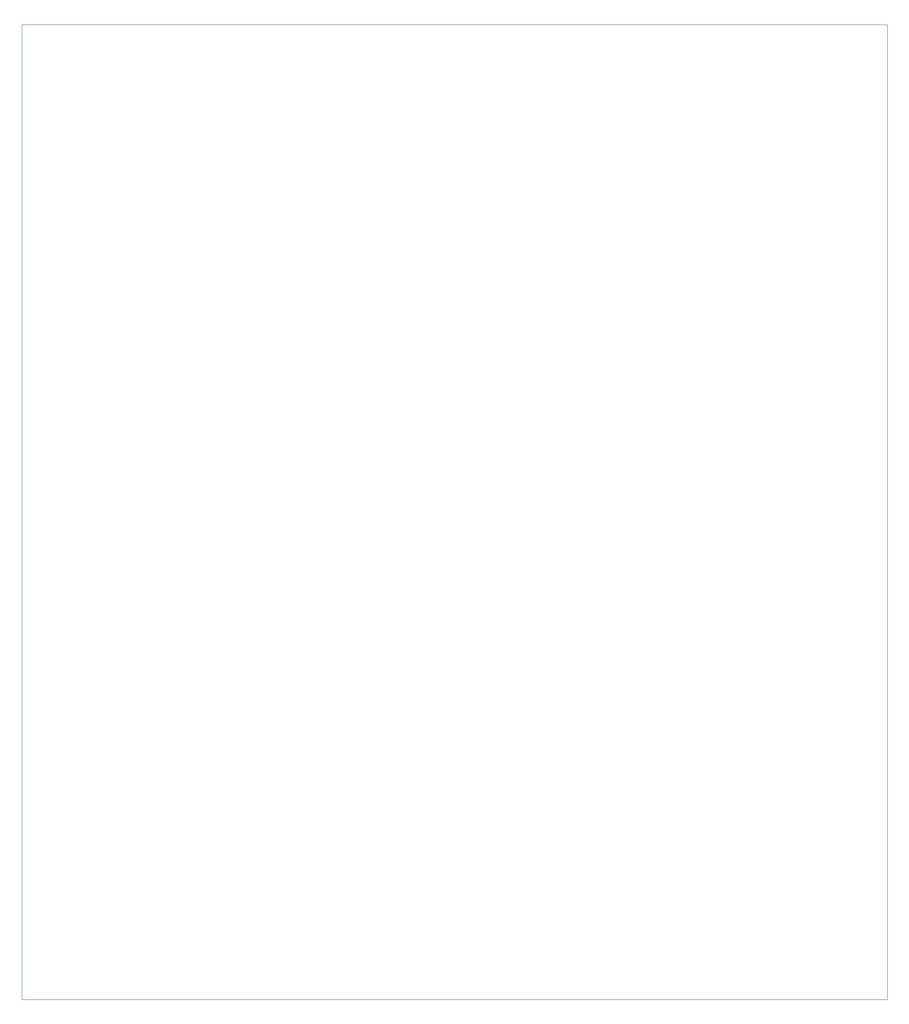
<source format=gm1>
G04 #@! TF.GenerationSoftware,KiCad,Pcbnew,7.0.7*
G04 #@! TF.CreationDate,2023-08-31T22:28:06-04:00*
G04 #@! TF.ProjectId,1 - ATX 16 bit ISA passive backplane,31202d20-4154-4582-9031-362062697420,2*
G04 #@! TF.SameCoordinates,Original*
G04 #@! TF.FileFunction,Profile,NP*
%FSLAX46Y46*%
G04 Gerber Fmt 4.6, Leading zero omitted, Abs format (unit mm)*
G04 Created by KiCad (PCBNEW 7.0.7) date 2023-08-31 22:28:06*
%MOMM*%
%LPD*%
G01*
G04 APERTURE LIST*
G04 #@! TA.AperFunction,Profile*
%ADD10C,0.100000*%
G04 #@! TD*
G04 APERTURE END LIST*
D10*
X19678400Y-15240000D02*
X180968400Y-15240000D01*
X180968400Y-196850000D01*
X19678400Y-196850000D01*
X19678400Y-15240000D01*
M02*

</source>
